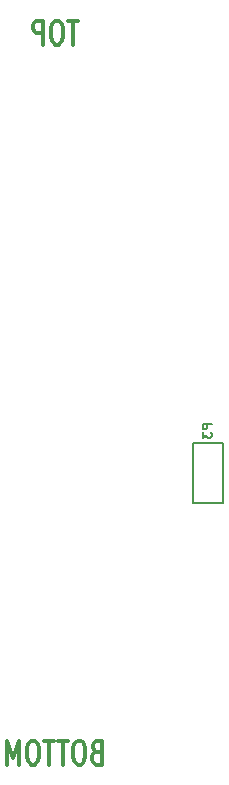
<source format=gbo>
G04 (created by PCBNEW-RS274X (2011-aug-04)-testing) date Sun 07 Apr 2013 12:34:02 PM PDT*
G01*
G70*
G90*
%MOIN*%
G04 Gerber Fmt 3.4, Leading zero omitted, Abs format*
%FSLAX34Y34*%
G04 APERTURE LIST*
%ADD10C,0.006000*%
%ADD11C,0.012000*%
G04 APERTURE END LIST*
G54D10*
G54D11*
X27685Y-44605D02*
X27599Y-44643D01*
X27571Y-44681D01*
X27542Y-44757D01*
X27542Y-44871D01*
X27571Y-44948D01*
X27599Y-44986D01*
X27657Y-45024D01*
X27885Y-45024D01*
X27885Y-44224D01*
X27685Y-44224D01*
X27628Y-44262D01*
X27599Y-44300D01*
X27571Y-44376D01*
X27571Y-44452D01*
X27599Y-44529D01*
X27628Y-44567D01*
X27685Y-44605D01*
X27885Y-44605D01*
X27171Y-44224D02*
X27057Y-44224D01*
X26999Y-44262D01*
X26942Y-44338D01*
X26914Y-44490D01*
X26914Y-44757D01*
X26942Y-44910D01*
X26999Y-44986D01*
X27057Y-45024D01*
X27171Y-45024D01*
X27228Y-44986D01*
X27285Y-44910D01*
X27314Y-44757D01*
X27314Y-44490D01*
X27285Y-44338D01*
X27228Y-44262D01*
X27171Y-44224D01*
X26742Y-44224D02*
X26399Y-44224D01*
X26570Y-45024D02*
X26570Y-44224D01*
X26285Y-44224D02*
X25942Y-44224D01*
X26113Y-45024D02*
X26113Y-44224D01*
X25628Y-44224D02*
X25514Y-44224D01*
X25456Y-44262D01*
X25399Y-44338D01*
X25371Y-44490D01*
X25371Y-44757D01*
X25399Y-44910D01*
X25456Y-44986D01*
X25514Y-45024D01*
X25628Y-45024D01*
X25685Y-44986D01*
X25742Y-44910D01*
X25771Y-44757D01*
X25771Y-44490D01*
X25742Y-44338D01*
X25685Y-44262D01*
X25628Y-44224D01*
X25113Y-45024D02*
X25113Y-44224D01*
X24913Y-44795D01*
X24713Y-44224D01*
X24713Y-45024D01*
X27085Y-20224D02*
X26742Y-20224D01*
X26913Y-21024D02*
X26913Y-20224D01*
X26428Y-20224D02*
X26314Y-20224D01*
X26256Y-20262D01*
X26199Y-20338D01*
X26171Y-20490D01*
X26171Y-20757D01*
X26199Y-20910D01*
X26256Y-20986D01*
X26314Y-21024D01*
X26428Y-21024D01*
X26485Y-20986D01*
X26542Y-20910D01*
X26571Y-20757D01*
X26571Y-20490D01*
X26542Y-20338D01*
X26485Y-20262D01*
X26428Y-20224D01*
X25913Y-21024D02*
X25913Y-20224D01*
X25685Y-20224D01*
X25627Y-20262D01*
X25599Y-20300D01*
X25570Y-20376D01*
X25570Y-20490D01*
X25599Y-20567D01*
X25627Y-20605D01*
X25685Y-20643D01*
X25913Y-20643D01*
G54D10*
X30900Y-36300D02*
X31900Y-36300D01*
X31900Y-36300D02*
X31900Y-34300D01*
X31900Y-34300D02*
X30900Y-34300D01*
X30900Y-34300D02*
X30900Y-36300D01*
X31521Y-33678D02*
X31221Y-33678D01*
X31221Y-33793D01*
X31236Y-33821D01*
X31250Y-33836D01*
X31279Y-33850D01*
X31321Y-33850D01*
X31350Y-33836D01*
X31364Y-33821D01*
X31379Y-33793D01*
X31379Y-33678D01*
X31221Y-33950D02*
X31221Y-34136D01*
X31336Y-34036D01*
X31336Y-34078D01*
X31350Y-34107D01*
X31364Y-34121D01*
X31393Y-34136D01*
X31464Y-34136D01*
X31493Y-34121D01*
X31507Y-34107D01*
X31521Y-34078D01*
X31521Y-33993D01*
X31507Y-33964D01*
X31493Y-33950D01*
M02*

</source>
